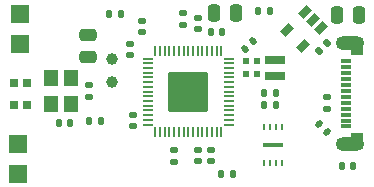
<source format=gbr>
%TF.GenerationSoftware,KiCad,Pcbnew,9.0.0*%
%TF.CreationDate,2025-06-27T23:21:56-04:00*%
%TF.ProjectId,microkey,6d696372-6f6b-4657-992e-6b696361645f,rev?*%
%TF.SameCoordinates,Original*%
%TF.FileFunction,Soldermask,Bot*%
%TF.FilePolarity,Negative*%
%FSLAX46Y46*%
G04 Gerber Fmt 4.6, Leading zero omitted, Abs format (unit mm)*
G04 Created by KiCad (PCBNEW 9.0.0) date 2025-06-27 23:21:56*
%MOMM*%
%LPD*%
G01*
G04 APERTURE LIST*
G04 Aperture macros list*
%AMRoundRect*
0 Rectangle with rounded corners*
0 $1 Rounding radius*
0 $2 $3 $4 $5 $6 $7 $8 $9 X,Y pos of 4 corners*
0 Add a 4 corners polygon primitive as box body*
4,1,4,$2,$3,$4,$5,$6,$7,$8,$9,$2,$3,0*
0 Add four circle primitives for the rounded corners*
1,1,$1+$1,$2,$3*
1,1,$1+$1,$4,$5*
1,1,$1+$1,$6,$7*
1,1,$1+$1,$8,$9*
0 Add four rect primitives between the rounded corners*
20,1,$1+$1,$2,$3,$4,$5,0*
20,1,$1+$1,$4,$5,$6,$7,0*
20,1,$1+$1,$6,$7,$8,$9,0*
20,1,$1+$1,$8,$9,$2,$3,0*%
%AMRotRect*
0 Rectangle, with rotation*
0 The origin of the aperture is its center*
0 $1 length*
0 $2 width*
0 $3 Rotation angle, in degrees counterclockwise*
0 Add horizontal line*
21,1,$1,$2,0,0,$3*%
%AMFreePoly0*
4,1,18,-0.437500,0.050000,-0.433694,0.069134,-0.422855,0.085355,-0.406634,0.096194,-0.387500,0.100000,0.387500,0.100000,0.406634,0.096194,0.422855,0.085355,0.433694,0.069134,0.437500,0.050000,0.437500,-0.050000,0.387500,-0.100000,-0.387500,-0.100000,-0.406634,-0.096194,-0.422855,-0.085355,-0.433694,-0.069134,-0.437500,-0.050000,-0.437500,0.050000,-0.437500,0.050000,$1*%
%AMFreePoly1*
4,1,18,-0.437500,0.050000,-0.433694,0.069134,-0.422855,0.085355,-0.406634,0.096194,-0.387500,0.100000,0.387500,0.100000,0.437500,0.050000,0.437500,-0.050000,0.433694,-0.069134,0.422855,-0.085355,0.406634,-0.096194,0.387500,-0.100000,-0.387500,-0.100000,-0.406634,-0.096194,-0.422855,-0.085355,-0.433694,-0.069134,-0.437500,-0.050000,-0.437500,0.050000,-0.437500,0.050000,$1*%
%AMFreePoly2*
4,1,18,-0.100000,0.387500,-0.096194,0.406634,-0.085355,0.422855,-0.069134,0.433694,-0.050000,0.437500,0.050000,0.437500,0.069134,0.433694,0.085355,0.422855,0.096194,0.406634,0.100000,0.387500,0.100000,-0.387500,0.096194,-0.406634,0.085355,-0.422855,0.069134,-0.433694,0.050000,-0.437500,-0.050000,-0.437500,-0.100000,-0.387500,-0.100000,0.387500,-0.100000,0.387500,$1*%
%AMFreePoly3*
4,1,18,-0.100000,0.387500,-0.096194,0.406634,-0.085355,0.422855,-0.069134,0.433694,-0.050000,0.437500,0.050000,0.437500,0.069134,0.433694,0.085355,0.422855,0.096194,0.406634,0.100000,0.387500,0.100000,-0.387500,0.050000,-0.437500,-0.050000,-0.437500,-0.069134,-0.433694,-0.085355,-0.422855,-0.096194,-0.406634,-0.100000,-0.387500,-0.100000,0.387500,-0.100000,0.387500,$1*%
%AMFreePoly4*
4,1,18,-0.437500,0.050000,-0.387500,0.100000,0.387500,0.100000,0.406634,0.096194,0.422855,0.085355,0.433694,0.069134,0.437500,0.050000,0.437500,-0.050000,0.433694,-0.069134,0.422855,-0.085355,0.406634,-0.096194,0.387500,-0.100000,-0.387500,-0.100000,-0.406634,-0.096194,-0.422855,-0.085355,-0.433694,-0.069134,-0.437500,-0.050000,-0.437500,0.050000,-0.437500,0.050000,$1*%
%AMFreePoly5*
4,1,18,-0.437500,0.050000,-0.433694,0.069134,-0.422855,0.085355,-0.406634,0.096194,-0.387500,0.100000,0.387500,0.100000,0.406634,0.096194,0.422855,0.085355,0.433694,0.069134,0.437500,0.050000,0.437500,-0.050000,0.433694,-0.069134,0.422855,-0.085355,0.406634,-0.096194,0.387500,-0.100000,-0.387500,-0.100000,-0.437500,-0.050000,-0.437500,0.050000,-0.437500,0.050000,$1*%
%AMFreePoly6*
4,1,18,-0.100000,0.387500,-0.096194,0.406634,-0.085355,0.422855,-0.069134,0.433694,-0.050000,0.437500,0.050000,0.437500,0.100000,0.387500,0.100000,-0.387500,0.096194,-0.406634,0.085355,-0.422855,0.069134,-0.433694,0.050000,-0.437500,-0.050000,-0.437500,-0.069134,-0.433694,-0.085355,-0.422855,-0.096194,-0.406634,-0.100000,-0.387500,-0.100000,0.387500,-0.100000,0.387500,$1*%
%AMFreePoly7*
4,1,18,-0.100000,0.387500,-0.050000,0.437500,0.050000,0.437500,0.069134,0.433694,0.085355,0.422855,0.096194,0.406634,0.100000,0.387500,0.100000,-0.387500,0.096194,-0.406634,0.085355,-0.422855,0.069134,-0.433694,0.050000,-0.437500,-0.050000,-0.437500,-0.069134,-0.433694,-0.085355,-0.422855,-0.096194,-0.406634,-0.100000,-0.387500,-0.100000,0.387500,-0.100000,0.387500,$1*%
G04 Aperture macros list end*
%ADD10FreePoly0,90.000000*%
%ADD11RoundRect,0.050000X0.050000X-0.387500X0.050000X0.387500X-0.050000X0.387500X-0.050000X-0.387500X0*%
%ADD12FreePoly1,90.000000*%
%ADD13FreePoly2,90.000000*%
%ADD14RoundRect,0.050000X0.387500X-0.050000X0.387500X0.050000X-0.387500X0.050000X-0.387500X-0.050000X0*%
%ADD15FreePoly3,90.000000*%
%ADD16FreePoly4,90.000000*%
%ADD17FreePoly5,90.000000*%
%ADD18FreePoly6,90.000000*%
%ADD19FreePoly7,90.000000*%
%ADD20RoundRect,0.153000X-1.547000X-1.547000X1.547000X-1.547000X1.547000X1.547000X-1.547000X1.547000X0*%
%ADD21C,1.000000*%
%ADD22RoundRect,0.140000X-0.170000X0.140000X-0.170000X-0.140000X0.170000X-0.140000X0.170000X0.140000X0*%
%ADD23R,0.700000X0.700000*%
%ADD24R,1.500000X1.500000*%
%ADD25RoundRect,0.135000X-0.135000X-0.185000X0.135000X-0.185000X0.135000X0.185000X-0.135000X0.185000X0*%
%ADD26RoundRect,0.250000X-0.250000X-0.475000X0.250000X-0.475000X0.250000X0.475000X-0.250000X0.475000X0*%
%ADD27RoundRect,0.135000X0.035355X-0.226274X0.226274X-0.035355X-0.035355X0.226274X-0.226274X0.035355X0*%
%ADD28RotRect,0.600000X1.000000X315.000000*%
%ADD29R,0.280000X0.600000*%
%ADD30R,1.700000X0.300000*%
%ADD31R,0.530000X0.470000*%
%ADD32RoundRect,0.140000X0.021213X-0.219203X0.219203X-0.021213X-0.021213X0.219203X-0.219203X0.021213X0*%
%ADD33RoundRect,0.135000X0.135000X0.185000X-0.135000X0.185000X-0.135000X-0.185000X0.135000X-0.185000X0*%
%ADD34R,1.700000X0.700000*%
%ADD35R,0.900000X0.300000*%
%ADD36R,1.000000X1.430000*%
%ADD37O,2.400000X1.200000*%
%ADD38RoundRect,0.140000X0.170000X-0.140000X0.170000X0.140000X-0.170000X0.140000X-0.170000X-0.140000X0*%
%ADD39RoundRect,0.135000X0.185000X-0.135000X0.185000X0.135000X-0.185000X0.135000X-0.185000X-0.135000X0*%
%ADD40RoundRect,0.140000X-0.219203X-0.021213X-0.021213X-0.219203X0.219203X0.021213X0.021213X0.219203X0*%
%ADD41RoundRect,0.140000X-0.140000X-0.170000X0.140000X-0.170000X0.140000X0.170000X-0.140000X0.170000X0*%
%ADD42RoundRect,0.140000X0.140000X0.170000X-0.140000X0.170000X-0.140000X-0.170000X0.140000X-0.170000X0*%
%ADD43R,1.200000X1.400000*%
%ADD44RoundRect,0.250000X0.250000X0.475000X-0.250000X0.475000X-0.250000X-0.475000X0.250000X-0.475000X0*%
%ADD45RoundRect,0.250000X-0.475000X0.250000X-0.475000X-0.250000X0.475000X-0.250000X0.475000X0.250000X0*%
G04 APERTURE END LIST*
D10*
%TO.C,U1*%
X205490000Y-110237501D03*
D11*
X205090000Y-110237500D03*
X204690000Y-110237500D03*
X204290000Y-110237500D03*
X203890001Y-110237500D03*
X203090000Y-110237500D03*
X202690000Y-110237501D03*
X202290000Y-110237500D03*
X201890000Y-110237500D03*
X201489999Y-110237500D03*
X201090000Y-110237500D03*
X200690000Y-110237500D03*
X200290000Y-110237500D03*
D12*
X199890000Y-110237501D03*
D13*
X199252499Y-109600000D03*
D14*
X199252500Y-109200000D03*
X199252500Y-108800000D03*
X199252500Y-108400000D03*
X199252500Y-108000001D03*
X199252500Y-107600000D03*
X199252500Y-107200000D03*
X199252500Y-106400000D03*
X199252500Y-106000000D03*
X199252500Y-105599999D03*
X199252500Y-105200000D03*
X199252500Y-104800000D03*
X199252500Y-104400000D03*
D15*
X199252499Y-104000000D03*
D16*
X199890000Y-103362499D03*
D11*
X200290000Y-103362500D03*
X200690000Y-103362500D03*
X201090000Y-103362500D03*
X201489999Y-103362500D03*
X201890000Y-103362500D03*
X202290000Y-103362500D03*
X202690000Y-103362499D03*
X203490000Y-103362500D03*
X203890001Y-103362500D03*
X204290000Y-103362500D03*
X204690000Y-103362500D03*
X205090000Y-103362500D03*
D17*
X205490000Y-103362499D03*
D18*
X206127501Y-104000000D03*
D14*
X206127500Y-104400000D03*
X206127500Y-104800000D03*
X206127500Y-105200000D03*
X206127500Y-105599999D03*
X206127500Y-106000000D03*
X206127500Y-106400000D03*
X206127501Y-106800000D03*
X206127500Y-107200000D03*
X206127500Y-108000001D03*
X206127500Y-108400000D03*
X206127500Y-108800000D03*
X206127500Y-109200000D03*
D19*
X206127501Y-109600000D03*
D11*
X203090000Y-103362500D03*
D14*
X199252499Y-106800000D03*
D11*
X203490000Y-110237500D03*
D14*
X206127500Y-107600000D03*
D20*
X202690000Y-106800000D03*
%TD*%
D21*
%TO.C,TP6*%
X196250000Y-106000000D03*
%TD*%
%TO.C,TP5*%
X196250000Y-104000000D03*
%TD*%
D22*
%TO.C,C4*%
X194250000Y-106270000D03*
X194250000Y-107230000D03*
%TD*%
D23*
%TO.C,D1*%
X187900000Y-106085000D03*
X189000000Y-106085000D03*
X189000000Y-107915000D03*
X187900000Y-107915000D03*
%TD*%
D24*
%TO.C,TP4*%
X188250000Y-113750000D03*
%TD*%
%TO.C,TP3*%
X188250000Y-111250000D03*
%TD*%
%TO.C,TP2*%
X188400000Y-102750000D03*
%TD*%
%TO.C,TP1*%
X188400000Y-100250000D03*
%TD*%
D25*
%TO.C,R4*%
X197009999Y-100250000D03*
X195990001Y-100250000D03*
%TD*%
D26*
%TO.C,C1*%
X215260001Y-100290000D03*
X217159999Y-100290000D03*
%TD*%
D27*
%TO.C,R16*%
X213719376Y-103370624D03*
X214440624Y-102649376D03*
%TD*%
D28*
%TO.C,U2*%
X212606066Y-100050431D03*
X213277817Y-100722183D03*
X213949569Y-101393934D03*
X212393934Y-102949569D03*
X211050431Y-101606066D03*
%TD*%
D29*
%TO.C,U3*%
X210580251Y-112845251D03*
X210080250Y-112845251D03*
X209580250Y-112845251D03*
X209080249Y-112845251D03*
X209080249Y-109830251D03*
X209580250Y-109830251D03*
X210080250Y-109830251D03*
X210580251Y-109830251D03*
D30*
X209830250Y-111337751D03*
%TD*%
D31*
%TO.C,C7*%
X208490000Y-104245000D03*
X208490000Y-105275000D03*
%TD*%
D32*
%TO.C,C9*%
X208159411Y-102540589D03*
X207480589Y-103219411D03*
%TD*%
D31*
%TO.C,C6*%
X207540000Y-105275000D03*
X207540000Y-104245000D03*
%TD*%
D33*
%TO.C,R6*%
X205415001Y-113750000D03*
X206434999Y-113750000D03*
%TD*%
%TO.C,R8*%
X209115001Y-106925000D03*
X210134999Y-106925000D03*
%TD*%
D34*
%TO.C,L1*%
X210050000Y-105499947D03*
X210050000Y-104099947D03*
%TD*%
D33*
%TO.C,R2*%
X194240001Y-109250000D03*
X195259999Y-109250000D03*
%TD*%
D35*
%TO.C,USB1*%
X216000000Y-109750000D03*
D36*
X217000000Y-102999999D03*
D37*
X216349999Y-111275000D03*
D36*
X217000000Y-111000001D03*
D37*
X216349999Y-102725000D03*
D35*
X216000001Y-107750000D03*
X216000000Y-109250000D03*
X216000000Y-104250000D03*
X216000000Y-108749999D03*
X216000000Y-108250000D03*
X216000000Y-105750000D03*
X216000000Y-105250001D03*
X216000000Y-104750000D03*
X216000001Y-106250000D03*
X216000000Y-106750000D03*
X216000000Y-107250000D03*
%TD*%
D38*
%TO.C,C15*%
X202270000Y-101120000D03*
X202270000Y-100160000D03*
%TD*%
%TO.C,C8*%
X203500000Y-101530000D03*
X203500000Y-100570000D03*
%TD*%
D39*
%TO.C,R9*%
X214470000Y-108289999D03*
X214470000Y-107270001D03*
%TD*%
D22*
%TO.C,C11*%
X203500000Y-112710000D03*
X203500000Y-111750000D03*
%TD*%
%TO.C,C12*%
X204580000Y-112710000D03*
X204580000Y-111750000D03*
%TD*%
D40*
%TO.C,C14*%
X213790589Y-109530589D03*
X214469411Y-110209411D03*
%TD*%
D41*
%TO.C,C17*%
X215690000Y-113130000D03*
X216650000Y-113130000D03*
%TD*%
D33*
%TO.C,R7*%
X210134999Y-107900000D03*
X209115001Y-107900000D03*
%TD*%
D25*
%TO.C,R5*%
X208565000Y-99950000D03*
X209585000Y-99950000D03*
%TD*%
D38*
%TO.C,C18*%
X198750000Y-100790000D03*
X198750000Y-101750000D03*
%TD*%
D42*
%TO.C,C2*%
X204620000Y-101760000D03*
X205580000Y-101760000D03*
%TD*%
D38*
%TO.C,C10*%
X197750000Y-102770000D03*
X197750000Y-103730000D03*
%TD*%
D22*
%TO.C,C13*%
X198000000Y-108770000D03*
X198000000Y-109730000D03*
%TD*%
D43*
%TO.C,Y1*%
X191050000Y-105650000D03*
X192750000Y-107850000D03*
X191050000Y-107850000D03*
X192750000Y-105650000D03*
%TD*%
D44*
%TO.C,C5*%
X206749999Y-100140000D03*
X204850001Y-100140000D03*
%TD*%
D22*
%TO.C,C16*%
X201500000Y-112730000D03*
X201500000Y-111770000D03*
%TD*%
D45*
%TO.C,C19*%
X194180000Y-101970001D03*
X194180000Y-103869999D03*
%TD*%
D41*
%TO.C,C3*%
X192710000Y-109500000D03*
X191750000Y-109500000D03*
%TD*%
M02*

</source>
